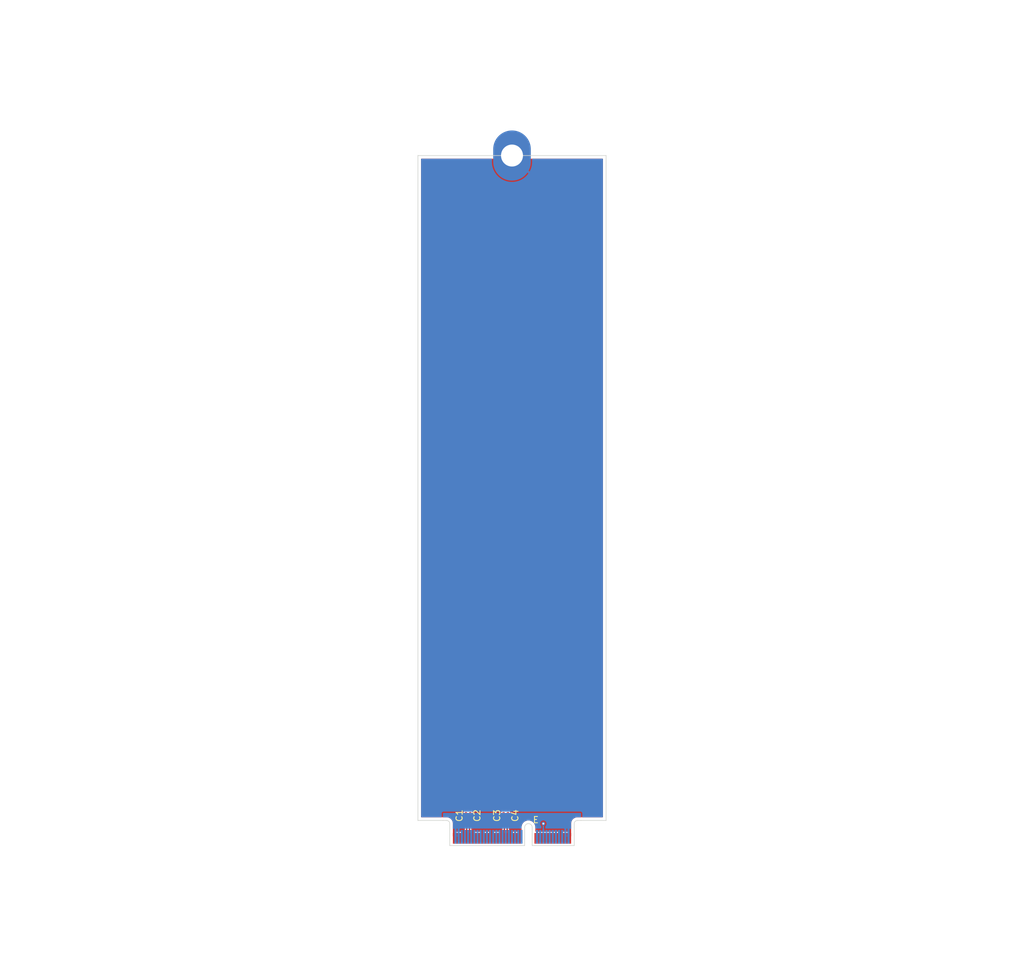
<source format=kicad_pcb>
(kicad_pcb (version 20241229) (generator "pcbnew") (generator_version "9.0")
  (layers (0 "F.Cu" signal) (2 "B.Cu" signal) (13 "F.Paste" user) (15 "B.Paste" user) (5 "F.SilkS" user "F.Silkscreen") (7 "B.SilkS" user "B.Silkscreen") (1 "F.Mask" user) (3 "B.Mask" user) (25 "Edge.Cuts" user))
  (net 0 "")
  (net 1 "/M.2 E Key/PET1P")
  (net 2 "/M.2 E Key/PET1N")
  (net 3 "/M.2 E Key/PET0P")
  (net 4 "/M.2 E Key/PET0N")
  (net 5 "GND")
  (net 6 "+3.3V")
  (net 7 "/USB_D+")
  (net 8 "/USB_D-")
  (net 9 "/LED#1")
  (net 10 "/I2S_SCK")
  (net 11 "/SDIO_CLK")
  (net 12 "/I2S_WS")
  (net 13 "/SDIO_CMD")
  (net 14 "/I2S_SD_OUT")
  (net 15 "/SDIO_DATA0")
  (net 16 "/I2S_SD_IN")
  (net 17 "/SDIO_DATA3")
  (net 18 "/LED#2")
  (net 19 "/SDIO_DATA2")
  (net 20 "/SDIO_DATA1")
  (net 21 "/UART_WAKE#")
  (net 22 "/SDIO__WAKE#")
  (net 23 "/UART_TXD")
  (net 24 "/SDIO_RESET#")
  (net 25 "/UART_RXD")
  (net 26 "/UARD_RTS")
  (net 27 "/PER0-")
  (net 28 "/UART_CTS")
  (net 29 "/PER0+")
  (net 35 "/REFCLK0+")
  (net 37 "/REFCLK0-")
  (net 38 "/SUSCLK")
  (net 39 "/PERST0#")
  (net 40 "/CLKREQ0#")
  (net 41 "/W_DISABLE2#")
  (net 42 "/PEWAKE#")
  (net 43 "/W_DISABLE1#")
  (net 44 "/I2C_DATA")
  (net 45 "/PER1+")
  (net 46 "/I2C_CLK")
  (net 47 "/PER1-")
  (net 48 "/ALERT#")
  (net 50 "/PERST1#")
  (net 51 "/CLKREQ1#")
  (net 52 "/PEWAKE1#")
  (net 53 "/REFCLK1+")
  (net 54 "/REFCLK1-")
  (net 55 "/PET0-")
  (net 56 "/PET1+")
  (net 57 "/PET0+")
  (net 58 "/PET1-")
  (footprint "PCIexpress:M.2 E Key Connector" (layer "F.Cu") (at 109.51 157.67)
    (property "Reference" "J1")
    (property "Value" "~")
    (fp_line (start -11 -2.89) (end -10.425 -2.89) (stroke (width 0.1)) (layer "Edge.Cuts"))
    (fp_line (start -9.925 -2.39) (end -9.925 1.11) (stroke (width 0.1)) (layer "Edge.Cuts"))
    (fp_line (start 2.02 -1.79) (end 2.02 1.11) (stroke (width 0.1)) (layer "Edge.Cuts"))
    (fp_line (start 2.02 1.11) (end -9.925 1.11) (stroke (width 0.1)) (layer "Edge.Cuts"))
    (fp_line (start 3.22 -1.79) (end 3.22 1.11) (stroke (width 0.1)) (layer "Edge.Cuts"))
    (fp_line (start 3.22 1.11) (end 9.925 1.11) (stroke (width 0.1)) (layer "Edge.Cuts"))
    (fp_line (start 9.925 -2.39) (end 9.925 1.11) (stroke (width 0.1)) (layer "Edge.Cuts"))
    (fp_line (start 10.425 -2.89) (end 11 -2.89) (stroke (width 0.1)) (layer "Edge.Cuts"))
    (fp_arc (start -10.425 -2.89) (mid -10.071447 -2.743553) (end -9.925 -2.39) (stroke (width 0.1)) (layer "Edge.Cuts"))
    (fp_arc (start 2.02 -1.79) (mid 2.62 -2.39) (end 3.22 -1.79) (stroke (width 0.1)) (layer "Edge.Cuts"))
    (fp_arc (start 9.925 -2.39) (mid 10.071447 -2.743553) (end 10.425 -2.89) (stroke (width 0.1)) (layer "Edge.Cuts"))
    (fp_text user "E" (at 3.245 -2.395 0) (layer "F.SilkS") (effects (justify left bottom)))
    (pad "1" smd rect (at 9.25 -0.04 180) (size 0.35 1.7) (layers "F.Cu") (net 5 "GND"))
    (pad "2" smd rect (at 9 -0.29 180) (size 0.35 2.2) (layers "B.Cu") (net 6 "+3.3V"))
    (pad "3" smd rect (at 8.75 -0.04 180) (size 0.35 1.7) (layers "F.Cu") (net 7 "/USB_D+"))
    (pad "4" smd rect (at 8.5 -0.29 180) (size 0.35 2.2) (layers "B.Cu") (net 6 "+3.3V"))
    (pad "5" smd rect (at 8.25 -0.04 180) (size 0.35 1.7) (layers "F.Cu") (net 8 "/USB_D-"))
    (pad "6" smd rect (at 8 -0.29 180) (size 0.35 2.2) (layers "B.Cu") (net 9 "/LED#1"))
    (pad "7" smd rect (at 7.75 -0.04 180) (size 0.35 1.7) (layers "F.Cu") (net 5 "GND"))
    (pad "8" smd rect (at 7.5 -0.29 180) (size 0.35 2.2) (layers "B.Cu") (net 10 "/I2S_SCK"))
    (pad "9" smd rect (at 7.25 -0.04 180) (size 0.35 1.7) (layers "F.Cu") (net 11 "/SDIO_CLK"))
    (pad "10" smd rect (at 7 -0.29 180) (size 0.35 2.2) (layers "B.Cu") (net 12 "/I2S_WS"))
    (pad "11" smd rect (at 6.75 -0.04 180) (size 0.35 1.7) (layers "F.Cu") (net 13 "/SDIO_CMD"))
    (pad "12" smd rect (at 6.5 -0.29 180) (size 0.35 2.2) (layers "B.Cu") (net 14 "/I2S_SD_OUT"))
    (pad "13" smd rect (at 6.25 -0.04 180) (size 0.35 1.7) (layers "F.Cu") (net 15 "/SDIO_DATA0"))
    (pad "14" smd rect (at 6 -0.29 180) (size 0.35 2.2) (layers "B.Cu") (net 16 "/I2S_SD_IN"))
    (pad "15" smd rect (at 5.75 -0.04 180) (size 0.35 1.7) (layers "F.Cu") (net 17 "/SDIO_DATA3"))
    (pad "16" smd rect (at 5.5 -0.29 180) (size 0.35 2.2) (layers "B.Cu") (net 18 "/LED#2"))
    (pad "17" smd rect (at 5.25 -0.04 180) (size 0.35 1.7) (layers "F.Cu") (net 19 "/SDIO_DATA2"))
    (pad "18" smd rect (at 5 -0.29 180) (size 0.35 2.2) (layers "B.Cu") (net 5 "GND"))
    (pad "19" smd rect (at 4.75 -0.04 180) (size 0.35 1.7) (layers "F.Cu") (net 20 "/SDIO_DATA1"))
    (pad "20" smd rect (at 4.5 -0.29 180) (size 0.35 2.2) (layers "B.Cu") (net 21 "/UART_WAKE#"))
    (pad "21" smd rect (at 4.25 -0.04 180) (size 0.35 1.7) (layers "F.Cu") (net 22 "/SDIO__WAKE#"))
    (pad "22" smd rect (at 4 -0.29 180) (size 0.35 2.2) (layers "B.Cu") (net 23 "/UART_TXD"))
    (pad "23" smd rect (at 3.75 -0.04 180) (size 0.35 1.7) (layers "F.Cu") (net 24 "/SDIO_RESET#"))
    (pad "32" smd rect (at 1.5 -0.29 180) (size 0.35 2.2) (layers "B.Cu") (net 25 "/UART_RXD"))
    (pad "33" smd rect (at 1.25 -0.04 180) (size 0.35 1.7) (layers "F.Cu") (net 5 "GND"))
    (pad "34" smd rect (at 1 -0.29 180) (size 0.35 2.2) (layers "B.Cu") (net 26 "/UARD_RTS"))
    (pad "35" smd rect (at 0.75 -0.04 180) (size 0.35 1.7) (layers "F.Cu") (net 27 "/PER0-"))
    (pad "36" smd rect (at 0.5 -0.29 180) (size 0.35 2.2) (layers "B.Cu") (net 28 "/UART_CTS"))
    (pad "37" smd rect (at 0.25 -0.04 180) (size 0.35 1.7) (layers "F.Cu") (net 29 "/PER0+"))
    (pad "38" smd rect (at 0 -0.29 180) (size 0.35 2.2) (layers "B.Cu"))
    (pad "39" smd rect (at -0.25 -0.04 180) (size 0.35 1.7) (layers "F.Cu") (net 5 "GND"))
    (pad "40" smd rect (at -0.5 -0.29 180) (size 0.35 2.2) (layers "B.Cu"))
    (pad "41" smd rect (at -0.75 -0.04 180) (size 0.35 1.7) (layers "F.Cu") (net 3 "/M.2 E Key/PET0P"))
    (pad "42" smd rect (at -1 -0.29 180) (size 0.35 2.2) (layers "B.Cu"))
    (pad "43" smd rect (at -1.25 -0.04 180) (size 0.35 1.7) (layers "F.Cu") (net 4 "/M.2 E Key/PET0N"))
    (pad "44" smd rect (at -1.5 -0.29 180) (size 0.35 2.2) (layers "B.Cu"))
    (pad "45" smd rect (at -1.75 -0.04 180) (size 0.35 1.7) (layers "F.Cu") (net 5 "GND"))
    (pad "46" smd rect (at -2 -0.29 180) (size 0.35 2.2) (layers "B.Cu"))
    (pad "47" smd rect (at -2.25 -0.04 180) (size 0.35 1.7) (layers "F.Cu") (net 35 "/REFCLK0+"))
    (pad "48" smd rect (at -2.5 -0.29 180) (size 0.35 2.2) (layers "B.Cu"))
    (pad "49" smd rect (at -2.75 -0.04 180) (size 0.35 1.7) (layers "F.Cu") (net 37 "/REFCLK0-"))
    (pad "50" smd rect (at -3 -0.29 180) (size 0.35 2.2) (layers "B.Cu") (net 38 "/SUSCLK"))
    (pad "51" smd rect (at -3.25 -0.04 180) (size 0.35 1.7) (layers "F.Cu") (net 5 "GND"))
    (pad "52" smd rect (at -3.5 -0.29 180) (size 0.35 2.2) (layers "B.Cu") (net 39 "/PERST0#"))
    (pad "53" smd rect (at -3.75 -0.04 180) (size 0.35 1.7) (layers "F.Cu") (net 40 "/CLKREQ0#"))
    (pad "54" smd rect (at -4 -0.29 180) (size 0.35 2.2) (layers "B.Cu") (net 41 "/W_DISABLE2#"))
    (pad "55" smd rect (at -4.25 -0.04 180) (size 0.35 1.7) (layers "F.Cu") (net 42 "/PEWAKE#"))
    (pad "56" smd rect (at -4.5 -0.29 180) (size 0.35 2.2) (layers "B.Cu") (net 43 "/W_DISABLE1#"))
    (pad "57" smd rect (at -4.75 -0.04 180) (size 0.35 1.7) (layers "F.Cu") (net 5 "GND"))
    (pad "58" smd rect (at -5 -0.29 180) (size 0.35 2.2) (layers "B.Cu") (net 44 "/I2C_DATA"))
    (pad "59" smd rect (at -5.25 -0.04 180) (size 0.35 1.7) (layers "F.Cu") (net 45 "/PER1+"))
    (pad "60" smd rect (at -5.5 -0.29 180) (size 0.35 2.2) (layers "B.Cu") (net 46 "/I2C_CLK"))
    (pad "61" smd rect (at -5.75 -0.04 180) (size 0.35 1.7) (layers "F.Cu") (net 47 "/PER1-"))
    (pad "62" smd rect (at -6 -0.29 180) (size 0.35 2.2) (layers "B.Cu") (net 48 "/ALERT#"))
    (pad "63" smd rect (at -6.25 -0.04 180) (size 0.35 1.7) (layers "F.Cu") (net 5 "GND"))
    (pad "64" smd rect (at -6.5 -0.29 180) (size 0.35 2.2) (layers "B.Cu"))
    (pad "65" smd rect (at -6.75 -0.04 180) (size 0.35 1.7) (layers "F.Cu") (net 1 "/M.2 E Key/PET1P"))
    (pad "66" smd rect (at -7 -0.29 180) (size 0.35 2.2) (layers "B.Cu") (net 50 "/PERST1#"))
    (pad "67" smd rect (at -7.25 -0.04 180) (size 0.35 1.7) (layers "F.Cu") (net 2 "/M.2 E Key/PET1N"))
    (pad "68" smd rect (at -7.5 -0.29 180) (size 0.35 2.2) (layers "B.Cu") (net 51 "/CLKREQ1#"))
    (pad "69" smd rect (at -7.75 -0.04 180) (size 0.35 1.7) (layers "F.Cu") (net 5 "GND"))
    (pad "70" smd rect (at -8 -0.29 180) (size 0.35 2.2) (layers "B.Cu") (net 52 "/PEWAKE1#"))
    (pad "71" smd rect (at -8.25 -0.04 180) (size 0.35 1.7) (layers "F.Cu") (net 53 "/REFCLK1+"))
    (pad "72" smd rect (at -8.5 -0.29 180) (size 0.35 2.2) (layers "B.Cu") (net 6 "+3.3V"))
    (pad "73" smd rect (at -8.75 -0.04 180) (size 0.35 1.7) (layers "F.Cu") (net 54 "/REFCLK1-"))
    (pad "74" smd rect (at -9 -0.29 180) (size 0.35 2.2) (layers "B.Cu") (net 6 "+3.3V"))
    (pad "75" smd rect (at -9.25 -0.04 180) (size 0.35 1.7) (layers "F.Cu") (net 5 "GND"))
  )
  (footprint "Capacitor_SMD:C_0201_0603Metric" (layer "F.Cu") (at 108.16 154.01 90)
    (property "Reference" "C3" (at 0 -1.05 90) (layer "F.SilkS"))
    (property "Value" "220nF")
    (pad "1" smd roundrect (at -0.32 0 90) (size 0.46 0.4) (layers "F.Cu" "F.Mask") (net 4 "/M.2 E Key/PET0N"))
    (pad "2" smd roundrect (at 0.32 0 90) (size 0.46 0.4) (layers "F.Cu" "F.Mask") (net 55 "/PET0-"))
  )
  (footprint "Capacitor_SMD:C_0201_0603Metric" (layer "F.Cu") (at 102.16 154.01 90)
    (property "Reference" "C1" (at 0 -1.05 90) (layer "F.SilkS"))
    (property "Value" "220nF")
    (pad "1" smd roundrect (at -0.32 0 90) (size 0.46 0.4) (layers "F.Cu" "F.Mask") (net 2 "/M.2 E Key/PET1N"))
    (pad "2" smd roundrect (at 0.32 0 90) (size 0.46 0.4) (layers "F.Cu" "F.Mask") (net 58 "/PET1-"))
  )
  (footprint "Capacitor_SMD:C_0201_0603Metric" (layer "F.Cu") (at 108.86 154.01 90)
    (property "Reference" "C4" (at 0 1.14 90) (layer "F.SilkS"))
    (property "Value" "220nF")
    (pad "1" smd roundrect (at -0.32 0 90) (size 0.46 0.4) (layers "F.Cu" "F.Mask") (net 3 "/M.2 E Key/PET0P"))
    (pad "2" smd roundrect (at 0.32 0 90) (size 0.46 0.4) (layers "F.Cu" "F.Mask") (net 57 "/PET0+"))
  )
  (footprint "Capacitor_SMD:C_0201_0603Metric" (layer "F.Cu") (at 102.86 154.01 90)
    (property "Reference" "C2" (at 0 1.09 90) (layer "F.SilkS"))
    (property "Value" "220nF")
    (pad "1" smd roundrect (at -0.32 0 90) (size 0.46 0.4) (layers "F.Cu" "F.Mask") (net 1 "/M.2 E Key/PET1P"))
    (pad "2" smd roundrect (at 0.32 0 90) (size 0.46 0.4) (layers "F.Cu" "F.Mask") (net 56 "/PET1+"))
  )
  (footprint "Athena KiCAd library:M.2 Mounting Pad" (layer "F.Cu") (at 109.51 48.78)
    (property "Reference" "H1")
    (property "Value" "MountingHole_Pad")
    (pad "1" thru_hole circle (at 0 0) (size 5.5 5.5) (drill 3.5) (property pad_prop_castellated) (layers "*.Cu" "*.Mask") (net 5 "GND") (padstack (mode front_inner_back) (layer "Inner" (shape circle) (size 5.5 5.5)) (layer "B.Cu" (shape oval) (size 6 8))))
  )
  (gr_line (start 120.51 154.78) (end 124.51 154.78) (stroke (width 0.1)) (layer "Edge.Cuts"))
  (gr_line (start 124.51 154.78) (end 124.51 48.78) (stroke (width 0.1)) (layer "Edge.Cuts"))
  (gr_line (start 94.51 48.78) (end 94.51 154.78) (stroke (width 0.1)) (layer "Edge.Cuts"))
  (gr_line (start 124.51 48.78) (end 94.51 48.78) (stroke (width 0.1)) (layer "Edge.Cuts"))
  (gr_line (start 98.51 154.78) (end 94.51 154.78) (stroke (width 0.1)) (layer "Edge.Cuts"))
  (segment (start 102.86 154.675001) (end 102.86 154.33) (width 0.2) (layer "F.Cu") (net 1))
  (segment (start 102.76 156.354999) (end 102.735 156.329999) (width 0.2) (layer "F.Cu") (net 1))
  (segment (start 102.76 157.63) (end 102.76 156.354999) (width 0.2) (layer "F.Cu") (net 1))
  (segment (start 102.735 156.329999) (end 102.735 154.800001) (width 0.2) (layer "F.Cu") (net 1))
  (segment (start 102.735 154.800001) (end 102.86 154.675001) (width 0.2) (layer "F.Cu") (net 1))
  (segment (start 102.16 154.675001) (end 102.16 154.33) (width 0.2) (layer "F.Cu") (net 2))
  (segment (start 102.285 154.800001) (end 102.16 154.675001) (width 0.2) (layer "F.Cu") (net 2))
  (segment (start 102.26 157.63) (end 102.26 156.354999) (width 0.2) (layer "F.Cu") (net 2))
  (segment (start 102.26 156.354999) (end 102.285 156.329999) (width 0.2) (layer "F.Cu") (net 2))
  (segment (start 102.285 156.329999) (end 102.285 154.800001) (width 0.2) (layer "F.Cu") (net 2))
  (segment (start 108.86 154.675001) (end 108.86 154.33) (width 0.2) (layer "F.Cu") (net 3))
  (segment (start 108.76 157.63) (end 108.76 156.354999) (width 0.2) (layer "F.Cu") (net 3))
  (segment (start 108.735 156.329999) (end 108.735 154.800001) (width 0.2) (layer "F.Cu") (net 3))
  (segment (start 108.735 154.800001) (end 108.86 154.675001) (width 0.2) (layer "F.Cu") (net 3))
  (segment (start 108.76 156.354999) (end 108.735 156.329999) (width 0.2) (layer "F.Cu") (net 3))
  (segment (start 108.26 157.63) (end 108.26 156.354999) (width 0.2) (layer "F.Cu") (net 4))
  (segment (start 108.285 156.329999) (end 108.285 154.800001) (width 0.2) (layer "F.Cu") (net 4))
  (segment (start 108.16 154.675001) (end 108.16 154.33) (width 0.2) (layer "F.Cu") (net 4))
  (segment (start 108.26 156.354999) (end 108.285 156.329999) (width 0.2) (layer "F.Cu") (net 4))
  (segment (start 108.285 154.800001) (end 108.16 154.675001) (width 0.2) (layer "F.Cu") (net 4))
  (via (at 114.51 155.29) (size 0.6) (drill 0.3) (layers "F.Cu" "B.Cu") (net 5))
  (segment (start 114.51 155.29) (end 114.51 157.38) (width 0.2) (layer "B.Cu") (net 5))
  (zone (net 5) (net_name "GND") (layers "F.Cu" "B.Cu") (connect_pads (clearance 0.2)) (min_thickness 0.15) (fill yes (thermal_gap 0.2) (thermal_bridge_width 0.35))
    (polygon (pts (xy 94.51 157.31) (xy 94.51 48.78) (xy 124.51 48.78) (xy 124.51 157.31)))
  )
  (zone (net 6) (net_name "+3.3V") (layer "B.Cu") (priority 1) (connect_pads (clearance 0.2)) (min_thickness 0.15) (fill yes (thermal_gap 0.2) (thermal_bridge_width 0.35))
    (polygon (pts (xy 120.51 157.31) (xy 120.51 153.58) (xy 98.51 153.58) (xy 98.51 157.31)))
  )
)
</source>
